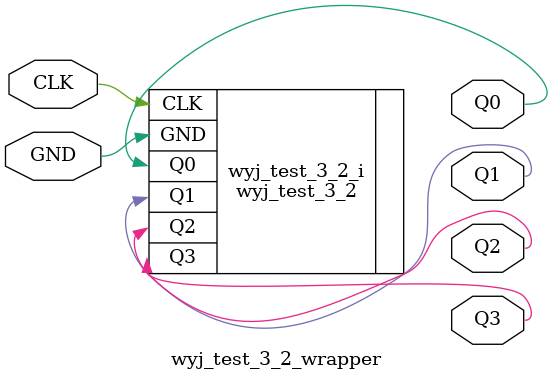
<source format=v>
`timescale 1 ps / 1 ps

module wyj_test_3_2_wrapper
   (CLK,
    GND,
    Q0,
    Q1,
    Q2,
    Q3);
  input CLK;
  input GND;
  output Q0;
  output Q1;
  output Q2;
  output Q3;

  wire CLK;
  wire GND;
  wire Q0;
  wire Q1;
  wire Q2;
  wire Q3;

  wyj_test_3_2 wyj_test_3_2_i
       (.CLK(CLK),
        .GND(GND),
        .Q0(Q0),
        .Q1(Q1),
        .Q2(Q2),
        .Q3(Q3));
endmodule

</source>
